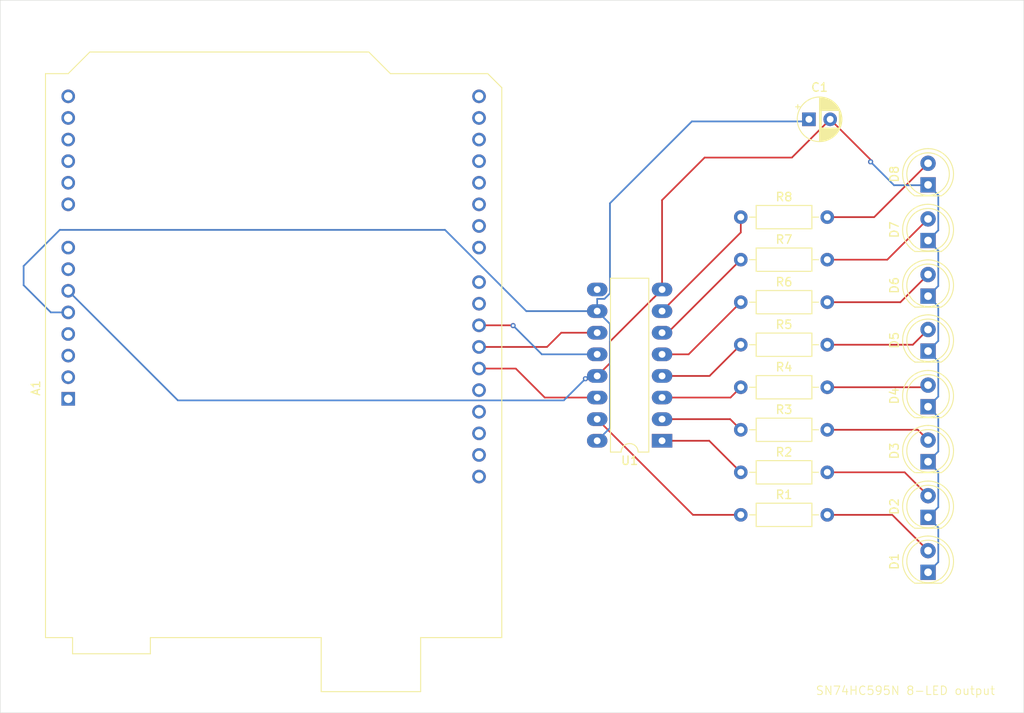
<source format=kicad_pcb>
(kicad_pcb (version 20240108) (generator "pcbnew") (generator_version "8.0")
  (layers (0 "F.Cu" signal) (31 "B.Cu" signal) (34 "B.Paste" user) (35 "F.Paste" user) (36 "B.SilkS" user "B.Silkscreen") (37 "F.SilkS" user "F.Silkscreen") (38 "B.Mask" user) (39 "F.Mask" user) (44 "Edge.Cuts" user))
  (net 0 "")
  (net 1 "/GND")
  (net 3 "Net-(A1-D12)")
  (net 5 "Net-(A1-D11)")
  (net 28 "/VCC")
  (net 31 "Net-(A1-D10)")
  (net 33 "Net-(D1-A)")
  (net 34 "Net-(D2-A)")
  (net 35 "Net-(D3-A)")
  (net 36 "Net-(D4-A)")
  (net 37 "Net-(D5-A)")
  (net 38 "Net-(D6-A)")
  (net 39 "Net-(D7-A)")
  (net 40 "Net-(D8-A)")
  (net 41 "Net-(U1-QA)")
  (net 42 "Net-(U1-QB)")
  (net 43 "Net-(U1-QC)")
  (net 44 "Net-(U1-QD)")
  (net 45 "Net-(U1-QE)")
  (net 46 "Net-(U1-QF)")
  (net 47 "Net-(U1-QG)")
  (net 48 "Net-(U1-QH)")
  (footprint "Capacitor_THT:CP_Radial_D5.0mm_P2.50mm" (layer "F.Cu") (at 164.75 68.25)
    (property "Reference" "C1" (at 1.25 -3.75 0) (layer "F.SilkS"))
    (property "Value" "10uF")
    (fp_line (start -1.554775 -1.475) (end -1.054775 -1.475) (stroke (width 0.12)) (layer "F.SilkS"))
    (fp_line (start -1.304775 -1.725) (end -1.304775 -1.225) (stroke (width 0.12)) (layer "F.SilkS"))
    (fp_line (start 1.25 -2.58) (end 1.25 2.58) (stroke (width 0.12)) (layer "F.SilkS"))
    (fp_line (start 1.29 -2.58) (end 1.29 2.58) (stroke (width 0.12)) (layer "F.SilkS"))
    (fp_line (start 1.33 -2.579) (end 1.33 2.579) (stroke (width 0.12)) (layer "F.SilkS"))
    (fp_line (start 1.37 -2.578) (end 1.37 2.578) (stroke (width 0.12)) (layer "F.SilkS"))
    (fp_line (start 1.41 -2.576) (end 1.41 2.576) (stroke (width 0.12)) (layer "F.SilkS"))
    (fp_line (start 1.45 -2.573) (end 1.45 2.573) (stroke (width 0.12)) (layer "F.SilkS"))
    (fp_line (start 1.49 -2.569) (end 1.49 -1.04) (stroke (width 0.12)) (layer "F.SilkS"))
    (fp_line (start 1.49 1.04) (end 1.49 2.569) (stroke (width 0.12)) (layer "F.SilkS"))
    (fp_line (start 1.53 -2.565) (end 1.53 -1.04) (stroke (width 0.12)) (layer "F.SilkS"))
    (fp_line (start 1.53 1.04) (end 1.53 2.565) (stroke (width 0.12)) (layer "F.SilkS"))
    (fp_line (start 1.57 -2.561) (end 1.57 -1.04) (stroke (width 0.12)) (layer "F.SilkS"))
    (fp_line (start 1.57 1.04) (end 1.57 2.561) (stroke (width 0.12)) (layer "F.SilkS"))
    (fp_line (start 1.61 -2.556) (end 1.61 -1.04) (stroke (width 0.12)) (layer "F.SilkS"))
    (fp_line (start 1.61 1.04) (end 1.61 2.556) (stroke (width 0.12)) (layer "F.SilkS"))
    (fp_line (start 1.65 -2.55) (end 1.65 -1.04) (stroke (width 0.12)) (layer "F.SilkS"))
    (fp_line (start 1.65 1.04) (end 1.65 2.55) (stroke (width 0.12)) (layer "F.SilkS"))
    (fp_line (start 1.69 -2.543) (end 1.69 -1.04) (stroke (width 0.12)) (layer "F.SilkS"))
    (fp_line (start 1.69 1.04) (end 1.69 2.543) (stroke (width 0.12)) (layer "F.SilkS"))
    (fp_line (start 1.73 -2.536) (end 1.73 -1.04) (stroke (width 0.12)) (layer "F.SilkS"))
    (fp_line (start 1.73 1.04) (end 1.73 2.536) (stroke (width 0.12)) (layer "F.SilkS"))
    (fp_line (start 1.77 -2.528) (end 1.77 -1.04) (stroke (width 0.12)) (layer "F.SilkS"))
    (fp_line (start 1.77 1.04) (end 1.77 2.528) (stroke (width 0.12)) (layer "F.SilkS"))
    (fp_line (start 1.81 -2.52) (end 1.81 -1.04) (stroke (width 0.12)) (layer "F.SilkS"))
    (fp_line (start 1.81 1.04) (end 1.81 2.52) (stroke (width 0.12)) (layer "F.SilkS"))
    (fp_line (start 1.85 -2.511) (end 1.85 -1.04) (stroke (width 0.12)) (layer "F.SilkS"))
    (fp_line (start 1.85 1.04) (end 1.85 2.511) (stroke (width 0.12)) (layer "F.SilkS"))
    (fp_line (start 1.89 -2.501) (end 1.89 -1.04) (stroke (width 0.12)) (layer "F.SilkS"))
    (fp_line (start 1.89 1.04) (end 1.89 2.501) (stroke (width 0.12)) (layer "F.SilkS"))
    (fp_line (start 1.93 -2.491) (end 1.93 -1.04) (stroke (width 0.12)) (layer "F.SilkS"))
    (fp_line (start 1.93 1.04) (end 1.93 2.491) (stroke (width 0.12)) (layer "F.SilkS"))
    (fp_line (start 1.971 -2.48) (end 1.971 -1.04) (stroke (width 0.12)) (layer "F.SilkS"))
    (fp_line (start 1.971 1.04) (end 1.971 2.48) (stroke (width 0.12)) (layer "F.SilkS"))
    (fp_line (start 2.011 -2.468) (end 2.011 -1.04) (stroke (width 0.12)) (layer "F.SilkS"))
    (fp_line (start 2.011 1.04) (end 2.011 2.468) (stroke (width 0.12)) (layer "F.SilkS"))
    (fp_line (start 2.051 -2.455) (end 2.051 -1.04) (stroke (width 0.12)) (layer "F.SilkS"))
    (fp_line (start 2.051 1.04) (end 2.051 2.455) (stroke (width 0.12)) (layer "F.SilkS"))
    (fp_line (start 2.091 -2.442) (end 2.091 -1.04) (stroke (width 0.12)) (layer "F.SilkS"))
    (fp_line (start 2.091 1.04) (end 2.091 2.442) (stroke (width 0.12)) (layer "F.SilkS"))
    (fp_line (start 2.131 -2.428) (end 2.131 -1.04) (stroke (width 0.12)) (layer "F.SilkS"))
    (fp_line (start 2.131 1.04) (end 2.131 2.428) (stroke (width 0.12)) (layer "F.SilkS"))
    (fp_line (start 2.171 -2.414) (end 2.171 -1.04) (stroke (width 0.12)) (layer "F.SilkS"))
    (fp_line (start 2.171 1.04) (end 2.171 2.414) (stroke (width 0.12)) (layer "F.SilkS"))
    (fp_line (start 2.211 -2.398) (end 2.211 -1.04) (stroke (width 0.12)) (layer "F.SilkS"))
    (fp_line (start 2.211 1.04) (end 2.211 2.398) (stroke (width 0.12)) (layer "F.SilkS"))
    (fp_line (start 2.251 -2.382) (end 2.251 -1.04) (stroke (width 0.12)) (layer "F.SilkS"))
    (fp_line (start 2.251 1.04) (end 2.251 2.382) (stroke (width 0.12)) (layer "F.SilkS"))
    (fp_line (start 2.291 -2.365) (end 2.291 -1.04) (stroke (width 0.12)) (layer "F.SilkS"))
    (fp_line (start 2.291 1.04) (end 2.291 2.365) (stroke (width 0.12)) (layer "F.SilkS"))
    (fp_line (start 2.331 -2.348) (end 2.331 -1.04) (stroke (width 0.12)) (layer "F.SilkS"))
    (fp_line (start 2.331 1.04) (end 2.331 2.348) (stroke (width 0.12)) (layer "F.SilkS"))
    (fp_line (start 2.371 -2.329) (end 2.371 -1.04) (stroke (width 0.12)) (layer "F.SilkS"))
    (fp_line (start 2.371 1.04) (end 2.371 2.329) (stroke (width 0.12)) (layer "F.SilkS"))
    (fp_line (start 2.411 -2.31) (end 2.411 -1.04) (stroke (width 0.12)) (layer "F.SilkS"))
    (fp_line (start 2.411 1.04) (end 2.411 2.31) (stroke (width 0.12)) (layer "F.SilkS"))
    (fp_line (start 2.451 -2.29) (end 2.451 -1.04) (stroke (width 0.12)) (layer "F.SilkS"))
    (fp_line (start 2.451 1.04) (end 2.451 2.29) (stroke (width 0.12)) (layer "F.SilkS"))
    (fp_line (start 2.491 -2.268) (end 2.491 -1.04) (stroke (width 0.12)) (layer "F.SilkS"))
    (fp_line (start 2.491 1.04) (end 2.491 2.268) (stroke (width 0.12)) (layer "F.SilkS"))
    (fp_line (start 2.531 -2.247) (end 2.531 -1.04) (stroke (width 0.12)) (layer "F.SilkS"))
    (fp_line (start 2.531 1.04) (end 2.531 2.247) (stroke (width 0.12)) (layer "F.SilkS"))
    (fp_line (start 2.571 -2.224) (end 2.571 -1.04) (stroke (width 0.12)) (layer "F.SilkS"))
    (fp_line (start 2.571 1.04) (end 2.571 2.224) (stroke (width 0.12)) (layer "F.SilkS"))
    (fp_line (start 2.611 -2.2) (end 2.611 -1.04) (stroke (width 0.12)) (layer "F.SilkS"))
    (fp_line (start 2.611 1.04) (end 2.611 2.2) (stroke (width 0.12)) (layer "F.SilkS"))
    (fp_line (start 2.651 -2.175) (end 2.651 -1.04) (stroke (width 0.12)) (layer "F.SilkS"))
    (fp_line (start 2.651 1.04) (end 2.651 2.175) (stroke (width 0.12)) (layer "F.SilkS"))
    (fp_line (start 2.691 -2.149) (end 2.691 -1.04) (stroke (width 0.12)) (layer "F.SilkS"))
    (fp_line (start 2.691 1.04) (end 2.691 2.149) (stroke (width 0.12)) (layer "F.SilkS"))
    (fp_line (start 2.731 -2.122) (end 2.731 -1.04) (stroke (width 0.12)) (layer "F.SilkS"))
    (fp_line (start 2.731 1.04) (end 2.731 2.122) (stroke (width 0.12)) (layer "F.SilkS"))
    (fp_line (start 2.771 -2.095) (end 2.771 -1.04) (stroke (width 0.12)) (layer "F.SilkS"))
    (fp_line (start 2.771 1.04) (end 2.771 2.095) (stroke (width 0.12)) (layer "F.SilkS"))
    (fp_line (start 2.811 -2.065) (end 2.811 -1.04) (stroke (width 0.12)) (layer "F.SilkS"))
    (fp_line (start 2.811 1.04) (end 2.811 2.065) (stroke (width 0.12)) (layer "F.SilkS"))
    (fp_line (start 2.851 -2.035) (end 2.851 -1.04) (stroke (width 0.12)) (layer "F.SilkS"))
    (fp_line (start 2.851 1.04) (end 2.851 2.035) (stroke (width 0.12)) (layer "F.SilkS"))
    (fp_line (start 2.891 -2.004) (end 2.891 -1.04) (stroke (width 0.12)) (layer "F.SilkS"))
    (fp_line (start 2.891 1.04) (end 2.891 2.004) (stroke (width 0.12)) (layer "F.SilkS"))
    (fp_line (start 2.931 -1.971) (end 2.931 -1.04) (stroke (width 0.12)) (layer "F.SilkS"))
    (fp_line (start 2.931 1.04) (end 2.931 1.971) (stroke (width 0.12)) (layer "F.SilkS"))
    (fp_line (start 2.971 -1.937) (end 2.971 -1.04) (stroke (width 0.12)) (layer "F.SilkS"))
    (fp_line (start 2.971 1.04) (end 2.971 1.937) (stroke (width 0.12)) (layer "F.SilkS"))
    (fp_line (start 3.011 -1.901) (end 3.011 -1.04) (stroke (width 0.12)) (layer "F.SilkS"))
    (fp_line (start 3.011 1.04) (end 3.011 1.901) (stroke (width 0.12)) (layer "F.SilkS"))
    (fp_line (start 3.051 -1.864) (end 3.051 -1.04) (stroke (width 0.12)) (layer "F.SilkS"))
    (fp_line (start 3.051 1.04) (end 3.051 1.864) (stroke (width 0.12)) (layer "F.SilkS"))
    (fp_line (start 3.091 -1.826) (end 3.091 -1.04) (stroke (width 0.12)) (layer "F.SilkS"))
    (fp_line (start 3.091 1.04) (end 3.091 1.826) (stroke (width 0.12)) (layer "F.SilkS"))
    (fp_line (start 3.131 -1.785) (end 3.131 -1.04) (stroke (width 0.12)) (layer "F.SilkS"))
    (fp_line (start 3.131 1.04) (end 3.131 1.785) (stroke (width 0.12)) (layer "F.SilkS"))
    (fp_line (start 3.171 -1.743) (end 3.171 -1.04) (stroke (width 0.12)) (layer "F.SilkS"))
    (fp_line (start 3.171 1.04) (end 3.171 1.743) (stroke (width 0.12)) (layer "F.SilkS"))
    (fp_line (start 3.211 -1.699) (end 3.211 -1.04) (stroke (width 0.12)) (layer "F.SilkS"))
    (fp_line (start 3.211 1.04) (end 3.211 1.699) (stroke (width 0.12)) (layer "F.SilkS"))
    (fp_line (start 3.251 -1.653) (end 3.251 -1.04) (stroke (width 0.12)) (layer "F.SilkS"))
    (fp_line (start 3.251 1.04) (end 3.251 1.653) (stroke (width 0.12)) (layer "F.SilkS"))
    (fp_line (start 3.291 -1.605) (end 3.291 -1.04) (stroke (width 0.12)) (layer "F.SilkS"))
    (fp_line (start 3.291 1.04) (end 3.291 1.605) (stroke (width 0.12)) (layer "F.SilkS"))
    (fp_line (start 3.331 -1.554) (end 3.331 -1.04) (stroke (width 0.12)) (layer "F.SilkS"))
    (fp_line (start 3.331 1.04) (end 3.331 1.554) (stroke (width 0.12)) (layer "F.SilkS"))
    (fp_line (start 3.371 -1.5) (end 3.371 -1.04) (stroke (width 0.12)) (layer "F.SilkS"))
    (fp_line (start 3.371 1.04) (end 3.371 1.5) (stroke (width 0.12)) (layer "F.SilkS"))
    (fp_line (start 3.411 -1.443) (end 3.411 -1.04) (stroke (width 0.12)) (layer "F.SilkS"))
    (fp_line (start 3.411 1.04) (end 3.411 1.443) (stroke (width 0.12)) (layer "F.SilkS"))
    (fp_line (start 3.451 -1.383) (end 3.451 -1.04) (stroke (width 0.12)) (layer "F.SilkS"))
    (fp_line (start 3.451 1.04) (end 3.451 1.383) (stroke (width 0.12)) (layer "F.SilkS"))
    (fp_line (start 3.491 -1.319) (end 3.491 -1.04) (stroke (width 0.12)) (layer "F.SilkS"))
    (fp_line (start 3.491 1.04) (end 3.491 1.319) (stroke (width 0.12)) (layer "F.SilkS"))
    (fp_line (start 3.531 -1.251) (end 3.531 -1.04) (stroke (width 0.12)) (layer "F.SilkS"))
    (fp_line (start 3.531 1.04) (end 3.531 1.251) (stroke (width 0.12)) (layer "F.SilkS"))
    (fp_line (start 3.571 -1.178) (end 3.571 1.178) (stroke (width 0.12)) (layer "F.SilkS"))
    (fp_line (start 3.611 -1.098) (end 3.611 1.098) (stroke (width 0.12)) (layer "F.SilkS"))
    (fp_line (start 3.651 -1.011) (end 3.651 1.011) (stroke (width 0.12)) (layer "F.SilkS"))
    (fp_line (start 3.691 -0.915) (end 3.691 0.915) (stroke (width 0.12)) (layer "F.SilkS"))
    (fp_line (start 3.731 -0.805) (end 3.731 0.805) (stroke (width 0.12)) (layer "F.SilkS"))
    (fp_line (start 3.771 -0.677) (end 3.771 0.677) (stroke (width 0.12)) (layer "F.SilkS"))
    (fp_line (start 3.811 -0.518) (end 3.811 0.518) (stroke (width 0.12)) (layer "F.SilkS"))
    (fp_line (start 3.851 -0.284) (end 3.851 0.284) (stroke (width 0.12)) (layer "F.SilkS"))
    (fp_circle (center 1.25 0) (end 3.87 0) (stroke (width 0.12)) (fill none) (layer "F.SilkS"))
    (pad "1" thru_hole rect (at 0 0) (size 1.6 1.6) (drill 0.8) (layers "*.Cu" "*.Mask") (net 28 "/VCC"))
    (pad "2" thru_hole circle (at 2.5 0) (size 1.6 1.6) (drill 0.8) (layers "*.Cu" "*.Mask") (net 1 "/GND"))
  )
  (footprint "LED_THT:LED_D5.0mm" (layer "F.Cu") (at 178.75 102.04 90)
    (property "Reference" "D4" (at 1.27 -3.96 90) (layer "F.SilkS"))
    (property "Value" "LED")
    (fp_line (start -1.29 -1.545) (end -1.29 1.545) (stroke (width 0.12)) (layer "F.SilkS"))
    (fp_arc (start -1.29 -1.54483) (mid 2.072002 -2.880433) (end 4.26 0.000462) (stroke (width 0.12)) (layer "F.SilkS"))
    (fp_arc (start 4.26 -0.000462) (mid 2.072002 2.880433) (end -1.29 1.54483) (stroke (width 0.12)) (layer "F.SilkS"))
    (fp_circle (center 1.27 0) (end 3.77 0) (stroke (width 0.12)) (fill none) (layer "F.SilkS"))
    (pad "1" thru_hole rect (at 0 0 90) (size 1.8 1.8) (drill 0.9) (layers "*.Cu" "*.Mask") (net 1 "/GND"))
    (pad "2" thru_hole circle (at 2.54 0 90) (size 1.8 1.8) (drill 0.9) (layers "*.Cu" "*.Mask") (net 36 "Net-(D4-A)"))
  )
  (footprint "LED_THT:LED_D5.0mm" (layer "F.Cu") (at 178.75 115.04 90)
    (property "Reference" "D2" (at 1.27 -3.96 90) (layer "F.SilkS"))
    (property "Value" "LED")
    (fp_line (start -1.29 -1.545) (end -1.29 1.545) (stroke (width 0.12)) (layer "F.SilkS"))
    (fp_arc (start -1.29 -1.54483) (mid 2.072002 -2.880433) (end 4.26 0.000462) (stroke (width 0.12)) (layer "F.SilkS"))
    (fp_arc (start 4.26 -0.000462) (mid 2.072002 2.880433) (end -1.29 1.54483) (stroke (width 0.12)) (layer "F.SilkS"))
    (fp_circle (center 1.27 0) (end 3.77 0) (stroke (width 0.12)) (fill none) (layer "F.SilkS"))
    (pad "1" thru_hole rect (at 0 0 90) (size 1.8 1.8) (drill 0.9) (layers "*.Cu" "*.Mask") (net 1 "/GND"))
    (pad "2" thru_hole circle (at 2.54 0 90) (size 1.8 1.8) (drill 0.9) (layers "*.Cu" "*.Mask") (net 34 "Net-(D2-A)"))
  )
  (footprint "Resistor_THT:R_Axial_DIN0207_L6.3mm_D2.5mm_P10.16mm_Horizontal" (layer "F.Cu") (at 156.75 104.75)
    (property "Reference" "R3" (at 5.08 -2.37 360) (layer "F.SilkS"))
    (property "Value" "220R" (hide yes))
    (fp_line (start 1.04 0) (end 1.81 0) (stroke (width 0.12)) (layer "F.SilkS"))
    (fp_line (start 1.81 -1.37) (end 1.81 1.37) (stroke (width 0.12)) (layer "F.SilkS"))
    (fp_line (start 1.81 1.37) (end 8.35 1.37) (stroke (width 0.12)) (layer "F.SilkS"))
    (fp_line (start 8.35 -1.37) (end 1.81 -1.37) (stroke (width 0.12)) (layer "F.SilkS"))
    (fp_line (start 8.35 1.37) (end 8.35 -1.37) (stroke (width 0.12)) (layer "F.SilkS"))
    (fp_line (start 9.12 0) (end 8.35 0) (stroke (width 0.12)) (layer "F.SilkS"))
    (pad "1" thru_hole circle (at 0 0) (size 1.6 1.6) (drill 0.8) (layers "*.Cu" "*.Mask") (net 43 "Net-(U1-QC)"))
    (pad "2" thru_hole oval (at 10.16 0) (size 1.6 1.6) (drill 0.8) (layers "*.Cu" "*.Mask") (net 35 "Net-(D3-A)"))
  )
  (footprint "LED_THT:LED_D5.0mm" (layer "F.Cu") (at 178.75 95.5 90)
    (property "Reference" "D5" (at 1.27 -3.96 90) (layer "F.SilkS"))
    (property "Value" "LED")
    (fp_line (start -1.29 -1.545) (end -1.29 1.545) (stroke (width 0.12)) (layer "F.SilkS"))
    (fp_arc (start -1.29 -1.54483) (mid 2.072002 -2.880433) (end 4.26 0.000462) (stroke (width 0.12)) (layer "F.SilkS"))
    (fp_arc (start 4.26 -0.000462) (mid 2.072002 2.880433) (end -1.29 1.54483) (stroke (width 0.12)) (layer "F.SilkS"))
    (fp_circle (center 1.27 0) (end 3.77 0) (stroke (width 0.12)) (fill none) (layer "F.SilkS"))
    (pad "1" thru_hole rect (at 0 0 90) (size 1.8 1.8) (drill 0.9) (layers "*.Cu" "*.Mask") (net 1 "/GND"))
    (pad "2" thru_hole circle (at 2.54 0 90) (size 1.8 1.8) (drill 0.9) (layers "*.Cu" "*.Mask") (net 37 "Net-(D5-A)"))
  )
  (footprint "Resistor_THT:R_Axial_DIN0207_L6.3mm_D2.5mm_P10.16mm_Horizontal" (layer "F.Cu") (at 156.75 94.75)
    (property "Reference" "R5" (at 5.08 -2.37 360) (layer "F.SilkS"))
    (property "Value" "220R" (hide yes))
    (fp_line (start 1.04 0) (end 1.81 0) (stroke (width 0.12)) (layer "F.SilkS"))
    (fp_line (start 1.81 -1.37) (end 1.81 1.37) (stroke (width 0.12)) (layer "F.SilkS"))
    (fp_line (start 1.81 1.37) (end 8.35 1.37) (stroke (width 0.12)) (layer "F.SilkS"))
    (fp_line (start 8.35 -1.37) (end 1.81 -1.37) (stroke (width 0.12)) (layer "F.SilkS"))
    (fp_line (start 8.35 1.37) (end 8.35 -1.37) (stroke (width 0.12)) (layer "F.SilkS"))
    (fp_line (start 9.12 0) (end 8.35 0) (stroke (width 0.12)) (layer "F.SilkS"))
    (pad "1" thru_hole circle (at 0 0) (size 1.6 1.6) (drill 0.8) (layers "*.Cu" "*.Mask") (net 45 "Net-(U1-QE)"))
    (pad "2" thru_hole oval (at 10.16 0) (size 1.6 1.6) (drill 0.8) (layers "*.Cu" "*.Mask") (net 37 "Net-(D5-A)"))
  )
  (footprint "LED_THT:LED_D5.0mm" (layer "F.Cu") (at 178.75 75.96 90)
    (property "Reference" "D8" (at 1.27 -3.96 90) (layer "F.SilkS"))
    (property "Value" "LED")
    (fp_line (start -1.29 -1.545) (end -1.29 1.545) (stroke (width 0.12)) (layer "F.SilkS"))
    (fp_arc (start -1.29 -1.54483) (mid 2.072002 -2.880433) (end 4.26 0.000462) (stroke (width 0.12)) (layer "F.SilkS"))
    (fp_arc (start 4.26 -0.000462) (mid 2.072002 2.880433) (end -1.29 1.54483) (stroke (width 0.12)) (layer "F.SilkS"))
    (fp_circle (center 1.27 0) (end 3.77 0) (stroke (width 0.12)) (fill none) (layer "F.SilkS"))
    (pad "1" thru_hole rect (at 0 0 90) (size 1.8 1.8) (drill 0.9) (layers "*.Cu" "*.Mask") (net 1 "/GND"))
    (pad "2" thru_hole circle (at 2.54 0 90) (size 1.8 1.8) (drill 0.9) (layers "*.Cu" "*.Mask") (net 40 "Net-(D8-A)"))
  )
  (footprint "Resistor_THT:R_Axial_DIN0207_L6.3mm_D2.5mm_P10.16mm_Horizontal" (layer "F.Cu") (at 156.75 109.75)
    (property "Reference" "R2" (at 5.08 -2.37 360) (layer "F.SilkS"))
    (property "Value" "220R" (hide yes))
    (fp_line (start 1.04 0) (end 1.81 0) (stroke (width 0.12)) (layer "F.SilkS"))
    (fp_line (start 1.81 -1.37) (end 1.81 1.37) (stroke (width 0.12)) (layer "F.SilkS"))
    (fp_line (start 1.81 1.37) (end 8.35 1.37) (stroke (width 0.12)) (layer "F.SilkS"))
    (fp_line (start 8.35 -1.37) (end 1.81 -1.37) (stroke (width 0.12)) (layer "F.SilkS"))
    (fp_line (start 8.35 1.37) (end 8.35 -1.37) (stroke (width 0.12)) (layer "F.SilkS"))
    (fp_line (start 9.12 0) (end 8.35 0) (stroke (width 0.12)) (layer "F.SilkS"))
    (pad "1" thru_hole circle (at 0 0) (size 1.6 1.6) (drill 0.8) (layers "*.Cu" "*.Mask") (net 42 "Net-(U1-QB)"))
    (pad "2" thru_hole oval (at 10.16 0) (size 1.6 1.6) (drill 0.8) (layers "*.Cu" "*.Mask") (net 34 "Net-(D2-A)"))
  )
  (footprint "LED_THT:LED_D5.0mm" (layer "F.Cu") (at 178.75 108.5 90)
    (property "Reference" "D3" (at 1.27 -3.96 90) (layer "F.SilkS"))
    (property "Value" "LED")
    (fp_line (start -1.29 -1.545) (end -1.29 1.545) (stroke (width 0.12)) (layer "F.SilkS"))
    (fp_arc (start -1.29 -1.54483) (mid 2.072002 -2.880433) (end 4.26 0.000462) (stroke (width 0.12)) (layer "F.SilkS"))
    (fp_arc (start 4.26 -0.000462) (mid 2.072002 2.880433) (end -1.29 1.54483) (stroke (width 0.12)) (layer "F.SilkS"))
    (fp_circle (center 1.27 0) (end 3.77 0) (stroke (width 0.12)) (fill none) (layer "F.SilkS"))
    (pad "1" thru_hole rect (at 0 0 90) (size 1.8 1.8) (drill 0.9) (layers "*.Cu" "*.Mask") (net 1 "/GND"))
    (pad "2" thru_hole circle (at 2.54 0 90) (size 1.8 1.8) (drill 0.9) (layers "*.Cu" "*.Mask") (net 35 "Net-(D3-A)"))
  )
  (footprint "LED_THT:LED_D5.0mm" (layer "F.Cu") (at 178.75 89.04 90)
    (property "Reference" "D6" (at 1.27 -3.96 90) (layer "F.SilkS"))
    (property "Value" "LED")
    (fp_line (start -1.29 -1.545) (end -1.29 1.545) (stroke (width 0.12)) (layer "F.SilkS"))
    (fp_arc (start -1.29 -1.54483) (mid 2.072002 -2.880433) (end 4.26 0.000462) (stroke (width 0.12)) (layer "F.SilkS"))
    (fp_arc (start 4.26 -0.000462) (mid 2.072002 2.880433) (end -1.29 1.54483) (stroke (width 0.12)) (layer "F.SilkS"))
    (fp_circle (center 1.27 0) (end 3.77 0) (stroke (width 0.12)) (fill none) (layer "F.SilkS"))
    (pad "1" thru_hole rect (at 0 0 90) (size 1.8 1.8) (drill 0.9) (layers "*.Cu" "*.Mask") (net 1 "/GND"))
    (pad "2" thru_hole circle (at 2.54 0 90) (size 1.8 1.8) (drill 0.9) (layers "*.Cu" "*.Mask") (net 38 "Net-(D6-A)"))
  )
  (footprint "LED_THT:LED_D5.0mm" (layer "F.Cu") (at 178.75 82.5 90)
    (property "Reference" "D7" (at 1.27 -3.96 90) (layer "F.SilkS"))
    (property "Value" "LED")
    (fp_line (start -1.29 -1.545) (end -1.29 1.545) (stroke (width 0.12)) (layer "F.SilkS"))
    (fp_arc (start -1.29 -1.54483) (mid 2.072002 -2.880433) (end 4.26 0.000462) (stroke (width 0.12)) (layer "F.SilkS"))
    (fp_arc (start 4.26 -0.000462) (mid 2.072002 2.880433) (end -1.29 1.54483) (stroke (width 0.12)) (layer "F.SilkS"))
    (fp_circle (center 1.27 0) (end 3.77 0) (stroke (width 0.12)) (fill none) (layer "F.SilkS"))
    (pad "1" thru_hole rect (at 0 0 90) (size 1.8 1.8) (drill 0.9) (layers "*.Cu" "*.Mask") (net 1 "/GND"))
    (pad "2" thru_hole circle (at 2.54 0 90) (size 1.8 1.8) (drill 0.9) (layers "*.Cu" "*.Mask") (net 39 "Net-(D7-A)"))
  )
  (footprint "Resistor_THT:R_Axial_DIN0207_L6.3mm_D2.5mm_P10.16mm_Horizontal" (layer "F.Cu") (at 156.75 79.75)
    (property "Reference" "R8" (at 5.08 -2.37 360) (layer "F.SilkS"))
    (property "Value" "220R" (hide yes))
    (fp_line (start 1.04 0) (end 1.81 0) (stroke (width 0.12)) (layer "F.SilkS"))
    (fp_line (start 1.81 -1.37) (end 1.81 1.37) (stroke (width 0.12)) (layer "F.SilkS"))
    (fp_line (start 1.81 1.37) (end 8.35 1.37) (stroke (width 0.12)) (layer "F.SilkS"))
    (fp_line (start 8.35 -1.37) (end 1.81 -1.37) (stroke (width 0.12)) (layer "F.SilkS"))
    (fp_line (start 8.35 1.37) (end 8.35 -1.37) (stroke (width 0.12)) (layer "F.SilkS"))
    (fp_line (start 9.12 0) (end 8.35 0) (stroke (width 0.12)) (layer "F.SilkS"))
    (pad "1" thru_hole circle (at 0 0) (size 1.6 1.6) (drill 0.8) (layers "*.Cu" "*.Mask") (net 48 "Net-(U1-QH)"))
    (pad "2" thru_hole oval (at 10.16 0) (size 1.6 1.6) (drill 0.8) (layers "*.Cu" "*.Mask") (net 40 "Net-(D8-A)"))
  )
  (footprint "Resistor_THT:R_Axial_DIN0207_L6.3mm_D2.5mm_P10.16mm_Horizontal" (layer "F.Cu") (at 156.75 99.75)
    (property "Reference" "R4" (at 5.08 -2.37 360) (layer "F.SilkS"))
    (property "Value" "220R" (hide yes))
    (fp_line (start 1.04 0) (end 1.81 0) (stroke (width 0.12)) (layer "F.SilkS"))
    (fp_line (start 1.81 -1.37) (end 1.81 1.37) (stroke (width 0.12)) (layer "F.SilkS"))
    (fp_line (start 1.81 1.37) (end 8.35 1.37) (stroke (width 0.12)) (layer "F.SilkS"))
    (fp_line (start 8.35 -1.37) (end 1.81 -1.37) (stroke (width 0.12)) (layer "F.SilkS"))
    (fp_line (start 8.35 1.37) (end 8.35 -1.37) (stroke (width 0.12)) (layer "F.SilkS"))
    (fp_line (start 9.12 0) (end 8.35 0) (stroke (width 0.12)) (layer "F.SilkS"))
    (pad "1" thru_hole circle (at 0 0) (size 1.6 1.6) (drill 0.8) (layers "*.Cu" "*.Mask") (net 44 "Net-(U1-QD)"))
    (pad "2" thru_hole oval (at 10.16 0) (size 1.6 1.6) (drill 0.8) (layers "*.Cu" "*.Mask") (net 36 "Net-(D4-A)"))
  )
  (footprint "LED_THT:LED_D5.0mm" (layer "F.Cu") (at 178.75 121.5 90)
    (property "Reference" "D1" (at 1.27 -3.96 90) (layer "F.SilkS"))
    (property "Value" "LED")
    (fp_line (start -1.29 -1.545) (end -1.29 1.545) (stroke (width 0.12)) (layer "F.SilkS"))
    (fp_arc (start -1.29 -1.54483) (mid 2.072002 -2.880433) (end 4.26 0.000462) (stroke (width 0.12)) (layer "F.SilkS"))
    (fp_arc (start 4.26 -0.000462) (mid 2.072002 2.880433) (end -1.29 1.54483) (stroke (width 0.12)) (layer "F.SilkS"))
    (fp_circle (center 1.27 0) (end 3.77 0) (stroke (width 0.12)) (fill none) (layer "F.SilkS"))
    (pad "1" thru_hole rect (at 0 0 90) (size 1.8 1.8) (drill 0.9) (layers "*.Cu" "*.Mask") (net 1 "/GND"))
    (pad "2" thru_hole circle (at 2.54 0 90) (size 1.8 1.8) (drill 0.9) (layers "*.Cu" "*.Mask") (net 33 "Net-(D1-A)"))
  )
  (footprint "Resistor_THT:R_Axial_DIN0207_L6.3mm_D2.5mm_P10.16mm_Horizontal" (layer "F.Cu") (at 156.75 89.75)
    (property "Reference" "R6" (at 5.08 -2.37 360) (layer "F.SilkS"))
    (property "Value" "220R" (hide yes))
    (fp_line (start 1.04 0) (end 1.81 0) (stroke (width 0.12)) (layer "F.SilkS"))
    (fp_line (start 1.81 -1.37) (end 1.81 1.37) (stroke (width 0.12)) (layer "F.SilkS"))
    (fp_line (start 1.81 1.37) (end 8.35 1.37) (stroke (width 0.12)) (layer "F.SilkS"))
    (fp_line (start 8.35 -1.37) (end 1.81 -1.37) (stroke (width 0.12)) (layer "F.SilkS"))
    (fp_line (start 8.35 1.37) (end 8.35 -1.37) (stroke (width 0.12)) (layer "F.SilkS"))
    (fp_line (start 9.12 0) (end 8.35 0) (stroke (width 0.12)) (layer "F.SilkS"))
    (pad "1" thru_hole circle (at 0 0) (size 1.6 1.6) (drill 0.8) (layers "*.Cu" "*.Mask") (net 46 "Net-(U1-QF)"))
    (pad "2" thru_hole oval (at 10.16 0) (size 1.6 1.6) (drill 0.8) (layers "*.Cu" "*.Mask") (net 38 "Net-(D6-A)"))
  )
  (footprint "Module:Arduino_UNO_R3" (layer "F.Cu") (at 77.74 101.11 90)
    (property "Reference" "A1" (at 1.27 -3.81 90) (layer "F.SilkS"))
    (property "Value" "Arduino_UNO_R3")
    (fp_line (start 38.23 -2.67) (end -28.07 -2.67) (stroke (width 0.12)) (layer "F.SilkS"))
    (fp_line (start -28.07 -2.67) (end -28.07 0.51) (stroke (width 0.12)) (layer "F.SilkS"))
    (fp_line (start 38.23 0) (end 38.23 -2.67) (stroke (width 0.12)) (layer "F.SilkS"))
    (fp_line (start -28.07 0.51) (end -29.97 0.51) (stroke (width 0.12)) (layer "F.SilkS"))
    (fp_line (start -29.97 0.51) (end -29.97 9.65) (stroke (width 0.12)) (layer "F.SilkS"))
    (fp_line (start 40.77 2.54) (end 38.23 0) (stroke (width 0.12)) (layer "F.SilkS"))
    (fp_line (start -28.07 9.65) (end -28.07 29.72) (stroke (width 0.12)) (layer "F.SilkS"))
    (fp_line (start -29.97 9.65) (end -28.07 9.65) (stroke (width 0.12)) (layer "F.SilkS"))
    (fp_line (start -28.07 29.72) (end -34.42 29.72) (stroke (width 0.12)) (layer "F.SilkS"))
    (fp_line (start -34.42 29.72) (end -34.42 41.4) (stroke (width 0.12)) (layer "F.SilkS"))
    (fp_line (start 40.77 35.31) (end 40.77 2.54) (stroke (width 0.12)) (layer "F.SilkS"))
    (fp_line (start 38.23 37.85) (end 40.77 35.31) (stroke (width 0.12)) (layer "F.SilkS"))
    (fp_line (start -28.07 41.4) (end -28.07 50.93) (stroke (width 0.12)) (layer "F.SilkS"))
    (fp_line (start -34.42 41.4) (end -28.07 41.4) (stroke (width 0.12)) (layer "F.SilkS"))
    (fp_line (start 38.23 49.28) (end 38.23 37.85) (stroke (width 0.12)) (layer "F.SilkS"))
    (fp_line (start 36.58 50.93) (end 38.23 49.28) (stroke (width 0.12)) (layer "F.SilkS"))
    (fp_line (start -28.07 50.93) (end 36.58 50.93) (stroke (width 0.12)) (layer "F.SilkS"))
    (pad "1" thru_hole rect (at 0 0 180) (size 1.6 1.6) (drill 1) (layers "*.Cu" "*.Mask"))
    (pad "2" thru_hole oval (at 2.54 0 180) (size 1.6 1.6) (drill 1) (layers "*.Cu" "*.Mask"))
    (pad "3" thru_hole oval (at 5.08 0 180) (size 1.6 1.6) (drill 1) (layers "*.Cu" "*.Mask"))
    (pad "4" thru_hole oval (at 7.62 0 180) (size 1.6 1.6) (drill 1) (layers "*.Cu" "*.Mask"))
    (pad "5" thru_hole oval (at 10.16 0 180) (size 1.6 1.6) (drill 1) (layers "*.Cu" "*.Mask") (net 28 "/VCC"))
    (pad "6" thru_hole oval (at 12.7 0 180) (size 1.6 1.6) (drill 1) (layers "*.Cu" "*.Mask") (net 1 "/GND"))
    (pad "7" thru_hole oval (at 15.24 0 180) (size 1.6 1.6) (drill 1) (layers "*.Cu" "*.Mask"))
    (pad "8" thru_hole oval (at 17.78 0 180) (size 1.6 1.6) (drill 1) (layers "*.Cu" "*.Mask"))
    (pad "9" thru_hole oval (at 22.86 0 180) (size 1.6 1.6) (drill 1) (layers "*.Cu" "*.Mask"))
    (pad "10" thru_hole oval (at 25.4 0 180) (size 1.6 1.6) (drill 1) (layers "*.Cu" "*.Mask"))
    (pad "11" thru_hole oval (at 27.94 0 180) (size 1.6 1.6) (drill 1) (layers "*.Cu" "*.Mask"))
    (pad "12" thru_hole oval (at 30.48 0 180) (size 1.6 1.6) (drill 1) (layers "*.Cu" "*.Mask"))
    (pad "13" thru_hole oval (at 33.02 0 180) (size 1.6 1.6) (drill 1) (layers "*.Cu" "*.Mask"))
    (pad "14" thru_hole oval (at 35.56 0 180) (size 1.6 1.6) (drill 1) (layers "*.Cu" "*.Mask"))
    (pad "15" thru_hole oval (at 35.56 48.26 180) (size 1.6 1.6) (drill 1) (layers "*.Cu" "*.Mask"))
    (pad "16" thru_hole oval (at 33.02 48.26 180) (size 1.6 1.6) (drill 1) (layers "*.Cu" "*.Mask"))
    (pad "17" thru_hole oval (at 30.48 48.26 180) (size 1.6 1.6) (drill 1) (layers "*.Cu" "*.Mask"))
    (pad "18" thru_hole oval (at 27.94 48.26 180) (size 1.6 1.6) (drill 1) (layers "*.Cu" "*.Mask"))
    (pad "19" thru_hole oval (at 25.4 48.26 180) (size 1.6 1.6) (drill 1) (layers "*.Cu" "*.Mask"))
    (pad "20" thru_hole oval (at 22.86 48.26 180) (size 1.6 1.6) (drill 1) (layers "*.Cu" "*.Mask"))
    (pad "21" thru_hole oval (at 20.32 48.26 180) (size 1.6 1.6) (drill 1) (layers "*.Cu" "*.Mask"))
    (pad "22" thru_hole oval (at 17.78 48.26 180) (size 1.6 1.6) (drill 1) (layers "*.Cu" "*.Mask"))
    (pad "23" thru_hole oval (at 13.72 48.26 180) (size 1.6 1.6) (drill 1) (layers "*.Cu" "*.Mask"))
    (pad "24" thru_hole oval (at 11.18 48.26 180) (size 1.6 1.6) (drill 1) (layers "*.Cu" "*.Mask"))
    (pad "25" thru_hole oval (at 8.64 48.26 180) (size 1.6 1.6) (drill 1) (layers "*.Cu" "*.Mask") (net 31 "Net-(A1-D10)"))
    (pad "26" thru_hole oval (at 6.1 48.26 180) (size 1.6 1.6) (drill 1) (layers "*.Cu" "*.Mask") (net 5 "Net-(A1-D11)"))
    (pad "27" thru_hole oval (at 3.56 48.26 180) (size 1.6 1.6) (drill 1) (layers "*.Cu" "*.Mask") (net 3 "Net-(A1-D12)"))
    (pad "28" thru_hole oval (at 1.02 48.26 180) (size 1.6 1.6) (drill 1) (layers "*.Cu" "*.Mask"))
    (pad "29" thru_hole oval (at -1.52 48.26 180) (size 1.6 1.6) (drill 1) (layers "*.Cu" "*.Mask"))
    (pad "30" thru_hole oval (at -4.06 48.26 180) (size 1.6 1.6) (drill 1) (layers "*.Cu" "*.Mask"))
    (pad "31" thru_hole oval (at -6.6 48.26 180) (size 1.6 1.6) (drill 1) (layers "*.Cu" "*.Mask"))
    (pad "32" thru_hole oval (at -9.14 48.26 180) (size 1.6 1.6) (drill 1) (layers "*.Cu" "*.Mask"))
  )
  (footprint "Resistor_THT:R_Axial_DIN0207_L6.3mm_D2.5mm_P10.16mm_Horizontal" (layer "F.Cu") (at 156.75 84.75)
    (property "Reference" "R7" (at 5.08 -2.37 360) (layer "F.SilkS"))
    (property "Value" "220R" (hide yes))
    (fp_line (start 1.04 0) (end 1.81 0) (stroke (width 0.12)) (layer "F.SilkS"))
    (fp_line (start 1.81 -1.37) (end 1.81 1.37) (stroke (width 0.12)) (layer "F.SilkS"))
    (fp_line (start 1.81 1.37) (end 8.35 1.37) (stroke (width 0.12)) (layer "F.SilkS"))
    (fp_line (start 8.35 -1.37) (end 1.81 -1.37) (stroke (width 0.12)) (layer "F.SilkS"))
    (fp_line (start 8.35 1.37) (end 8.35 -1.37) (stroke (width 0.12)) (layer "F.SilkS"))
    (fp_line (start 9.12 0) (end 8.35 0) (stroke (width 0.12)) (layer "F.SilkS"))
    (pad "1" thru_hole circle (at 0 0) (size 1.6 1.6) (drill 0.8) (layers "*.Cu" "*.Mask") (net 47 "Net-(U1-QG)"))
    (pad "2" thru_hole oval (at 10.16 0) (size 1.6 1.6) (drill 0.8) (layers "*.Cu" "*.Mask") (net 39 "Net-(D7-A)"))
  )
  (footprint "Package_DIP:DIP-16_W7.62mm_LongPads" (layer "F.Cu") (at 147.5 106.04 180)
    (property "Reference" "U1" (at 3.81 -2.33 360) (layer "F.SilkS"))
    (property "Value" "SN74HC595N")
    (fp_line (start 6.06 19.11) (end 6.06 -1.33) (stroke (width 0.12)) (layer "F.SilkS"))
    (fp_line (start 6.06 -1.33) (end 4.81 -1.33) (stroke (width 0.12)) (layer "F.SilkS"))
    (fp_line (start 2.81 -1.33) (end 1.56 -1.33) (stroke (width 0.12)) (layer "F.SilkS"))
    (fp_line (start 1.56 19.11) (end 6.06 19.11) (stroke (width 0.12)) (layer "F.SilkS"))
    (fp_line (start 1.56 -1.33) (end 1.56 19.11) (stroke (width 0.12)) (layer "F.SilkS"))
    (fp_arc (start 4.81 -1.33) (mid 3.81 -0.33) (end 2.81 -1.33) (stroke (width 0.12)) (layer "F.SilkS"))
    (pad "1" thru_hole rect (at 0 0 180) (size 2.4 1.6) (drill 0.8) (layers "*.Cu" "*.Mask") (net 42 "Net-(U1-QB)"))
    (pad "2" thru_hole oval (at 0 2.54 180) (size 2.4 1.6) (drill 0.8) (layers "*.Cu" "*.Mask") (net 43 "Net-(U1-QC)"))
    (pad "3" thru_hole oval (at 0 5.08 180) (size 2.4 1.6) (drill 0.8) (layers "*.Cu" "*.Mask") (net 44 "Net-(U1-QD)"))
    (pad "4" thru_hole oval (at 0 7.62 180) (size 2.4 1.6) (drill 0.8) (layers "*.Cu" "*.Mask") (net 45 "Net-(U1-QE)"))
    (pad "5" thru_hole oval (at 0 10.16 180) (size 2.4 1.6) (drill 0.8) (layers "*.Cu" "*.Mask") (net 46 "Net-(U1-QF)"))
    (pad "6" thru_hole oval (at 0 12.7 180) (size 2.4 1.6) (drill 0.8) (layers "*.Cu" "*.Mask") (net 47 "Net-(U1-QG)"))
    (pad "7" thru_hole oval (at 0 15.24 180) (size 2.4 1.6) (drill 0.8) (layers "*.Cu" "*.Mask") (net 48 "Net-(U1-QH)"))
    (pad "8" thru_hole oval (at 0 17.78 180) (size 2.4 1.6) (drill 0.8) (layers "*.Cu" "*.Mask") (net 1 "/GND"))
    (pad "9" thru_hole oval (at 7.62 17.78 180) (size 2.4 1.6) (drill 0.8) (layers "*.Cu" "*.Mask"))
    (pad "10" thru_hole oval (at 7.62 15.24 180) (size 2.4 1.6) (drill 0.8) (layers "*.Cu" "*.Mask") (net 28 "/VCC"))
    (pad "11" thru_hole oval (at 7.62 12.7 180) (size 2.4 1.6) (drill 0.8) (layers "*.Cu" "*.Mask") (net 5 "Net-(A1-D11)"))
    (pad "12" thru_hole oval (at 7.62 10.16 180) (size 2.4 1.6) (drill 0.8) (layers "*.Cu" "*.Mask") (net 31 "Net-(A1-D10)"))
    (pad "13" thru_hole oval (at 7.62 7.62 180) (size 2.4 1.6) (drill 0.8) (layers "*.Cu" "*.Mask") (net 1 "/GND"))
    (pad "14" thru_hole oval (at 7.62 5.08 180) (size 2.4 1.6) (drill 0.8) (layers "*.Cu" "*.Mask") (net 3 "Net-(A1-D12)"))
    (pad "15" thru_hole oval (at 7.62 2.54 180) (size 2.4 1.6) (drill 0.8) (layers "*.Cu" "*.Mask") (net 41 "Net-(U1-QA)"))
    (pad "16" thru_hole oval (at 7.62 0 180) (size 2.4 1.6) (drill 0.8) (layers "*.Cu" "*.Mask") (net 28 "/VCC"))
  )
  (footprint "Resistor_THT:R_Axial_DIN0207_L6.3mm_D2.5mm_P10.16mm_Horizontal" (layer "F.Cu") (at 156.75 114.75)
    (property "Reference" "R1" (at 5.08 -2.37 360) (layer "F.SilkS"))
    (property "Value" "220R" (hide yes))
    (fp_line (start 1.04 0) (end 1.81 0) (stroke (width 0.12)) (layer "F.SilkS"))
    (fp_line (start 1.81 -1.37) (end 1.81 1.37) (stroke (width 0.12)) (layer "F.SilkS"))
    (fp_line (start 1.81 1.37) (end 8.35 1.37) (stroke (width 0.12)) (layer "F.SilkS"))
    (fp_line (start 8.35 -1.37) (end 1.81 -1.37) (stroke (width 0.12)) (layer "F.SilkS"))
    (fp_line (start 8.35 1.37) (end 8.35 -1.37) (stroke (width 0.12)) (layer "F.SilkS"))
    (fp_line (start 9.12 0) (end 8.35 0) (stroke (width 0.12)) (layer "F.SilkS"))
    (pad "1" thru_hole circle (at 0 0) (size 1.6 1.6) (drill 0.8) (layers "*.Cu" "*.Mask") (net 41 "Net-(U1-QA)"))
    (pad "2" thru_hole oval (at 10.16 0) (size 1.6 1.6) (drill 0.8) (layers "*.Cu" "*.Mask") (net 33 "Net-(D1-A)"))
  )
  (gr_rect (start 69.75 54.25) (end 190 138) (stroke (width 0.05)) (fill none) (layer "Edge.Cuts"))
  (gr_text "SN74HC595N 8-LED output" (at 165.5 136 0) (layer "F.SilkS") (effects (font (size 1 1) (thickness 0.1)) (justify left bottom)))
  (segment (start 139.88 98.42) (end 141.38 96.92) (width 0.2) (layer "F.Cu") (net 1))
  (segment (start 141.38 96.92) (end 141.38 94.37) (width 0.2) (layer "F.Cu") (net 1))
  (segment (start 147.5 77.75) (end 152.5 72.75) (width 0.2) (layer "F.Cu") (net 1))
  (segment (start 167.25 68.25) (end 172.044888 73.044888) (width 0.2) (layer "F.Cu") (net 1))
  (segment (start 146.5 89.25) (end 146.51 89.25) (width 0.2) (layer "F.Cu") (net 1))
  (segment (start 146.25 89.5) (end 146.5 89.25) (width 0.2) (layer "F.Cu") (net 1))
  (segment (start 141.38 94.37) (end 146.25 89.5) (width 0.2) (layer "F.Cu") (net 1))
  (segment (start 146.51 89.25) (end 147.5 88.26) (width 0.2) (layer "F.Cu") (net 1))
  (segment (start 147.5 88.26) (end 147.5 77.75) (width 0.2) (layer "F.Cu") (net 1))
  (segment (start 162.75 72.75) (end 167.25 68.25) (width 0.2) (layer "F.Cu") (net 1))
  (segment (start 152.5 72.75) (end 162.75 72.75) (width 0.2) (layer "F.Cu") (net 1))
  (segment (start 172.044888 73.205112) (end 172 73.25) (width 0.2) (layer "F.Cu") (net 1))
  (segment (start 172.044888 73.044888) (end 172.044888 73.205112) (width 0.2) (layer "F.Cu") (net 1))
  (via (at 138.5 98.75) (size 0.6) (drill 0.3) (layers "F.Cu" "B.Cu") (net 1))
  (via (at 172 73.25) (size 0.6) (drill 0.3) (layers "F.Cu" "B.Cu") (net 1))
  (segment (start 178.75 75.96) (end 179.95 77.16) (width 0.2) (layer "B.Cu") (net 1))
  (segment (start 77.74 88.41) (end 90.6239 101.2939) (width 0.2) (layer "B.Cu") (net 1))
  (segment (start 90.6239 101.2939) (end 135.9561 101.2939) (width 0.2) (layer "B.Cu") (net 1))
  (segment (start 178.75 102.04) (end 179.95 103.24) (width 0.2) (layer "B.Cu") (net 1))
  (segment (start 178.75 115.04) (end 179.95 116.24) (width 0.2) (layer "B.Cu") (net 1))
  (segment (start 172 73.25) (end 174.75 76) (width 0.2) (layer "B.Cu") (net 1))
  (segment (start 179.95 90.24) (end 179.95 94.3) (width 0.2) (layer "B.Cu") (net 1))
  (segment (start 179.95 109.7) (end 179.95 113.84) (width 0.2) (layer "B.Cu") (net 1))
  (segment (start 135.9561 101.2939) (end 138.5 98.75) (width 0.2) (layer "B.Cu") (net 1))
  (segment (start 179.95 116.24) (end 179.95 120.3) (width 0.2) (layer "B.Cu") (net 1))
  (segment (start 178.75 82.5) (end 179.95 83.7) (width 0.2) (layer "B.Cu") (net 1))
  (segment (start 179.95 100.84) (end 178.75 102.04) (width 0.2) (layer "B.Cu") (net 1))
  (segment (start 179.95 96.7) (end 179.95 100.84) (width 0.2) (layer "B.Cu") (net 1))
  (segment (start 178.71 76) (end 178.75 75.96) (width 0.2) (layer "B.Cu") (net 1))
  (segment (start 174.75 76) (end 178.71 76) (width 0.2) (layer "B.Cu") (net 1))
  (segment (start 178.75 108.5) (end 179.95 109.7) (width 0.2) (layer "B.Cu") (net 1))
  (segment (start 179.95 83.7) (end 179.95 87.84) (width 0.2) (layer "B.Cu") (net 1))
  (segment (start 179.95 81.3) (end 178.75 82.5) (width 0.2) (layer "B.Cu") (net 1))
  (segment (start 179.95 113.84) (end 178.75 115.04) (width 0.2) (layer "B.Cu") (net 1))
  (segment (start 179.95 120.3) (end 178.75 121.5) (width 0.2) (layer "B.Cu") (net 1))
  (segment (start 178.75 95.5) (end 179.95 96.7) (width 0.2) (layer "B.Cu") (net 1))
  (segment (start 179.95 87.84) (end 178.75 89.04) (width 0.2) (layer "B.Cu") (net 1))
  (segment (start 179.95 77.16) (end 179.95 81.3) (width 0.2) (layer "B.Cu") (net 1))
  (segment (start 179.95 94.3) (end 178.75 95.5) (width 0.2) (layer "B.Cu") (net 1))
  (segment (start 178.75 89.04) (end 179.95 90.24) (width 0.2) (layer "B.Cu") (net 1))
  (segment (start 179.95 107.3) (end 178.75 108.5) (width 0.2) (layer "B.Cu") (net 1))
  (segment (start 179.95 103.24) (end 179.95 107.3) (width 0.2) (layer "B.Cu") (net 1))
  (segment (start 126 97.55) (end 130.310727 97.55) (width 0.2) (layer "F.Cu") (net 3))
  (segment (start 130.310727 97.55) (end 133.720727 100.96) (width 0.2) (layer "F.Cu") (net 3))
  (segment (start 133.720727 100.96) (end 139.88 100.96) (width 0.2) (layer "F.Cu") (net 3))
  (segment (start 133.99 95.01) (end 135.66 93.34) (width 0.2) (layer "F.Cu") (net 5))
  (segment (start 126 95.01) (end 133.99 95.01) (width 0.2) (layer "F.Cu") (net 5))
  (segment (start 135.66 93.34) (end 139.88 93.34) (width 0.2) (layer "F.Cu") (net 5))
  (segment (start 141.38 104.54) (end 139.88 106.04) (width 0.2) (layer "B.Cu") (net 28))
  (segment (start 139.88 90.8) (end 141.38 92.3) (width 0.2) (layer "B.Cu") (net 28))
  (segment (start 141.38 78.12) (end 151 68.5) (width 0.2) (layer "B.Cu") (net 28))
  (segment (start 141.38 92.3) (end 141.38 104.54) (width 0.2) (layer "B.Cu") (net 28))
  (segment (start 151 68.5) (end 164.5 68.5) (width 0.2) (layer "B.Cu") (net 28))
  (segment (start 122 81.25) (end 131.55 90.8) (width 0.2) (layer "B.Cu") (net 28))
  (segment (start 131.55 90.8) (end 139.88 90.8) (width 0.2) (layer "B.Cu") (net 28))
  (segment (start 139.88 89.36) (end 140.735635 89.36) (width 0.2) (layer "B.Cu") (net 28))
  (segment (start 72.5 87.75) (end 72.5 85.5) (width 0.2) (layer "B.Cu") (net 28))
  (segment (start 72.5 85.5) (end 76.75 81.25) (width 0.2) (layer "B.Cu") (net 28))
  (segment (start 76.75 81.25) (end 122 81.25) (width 0.2) (layer "B.Cu") (net 28))
  (segment (start 77.74 90.95) (end 75.7 90.95) (width 0.2) (layer "B.Cu") (net 28))
  (segment (start 139.88 90.8) (end 139.88 89.36) (width 0.2) (layer "B.Cu") (net 28))
  (segment (start 75.7 90.95) (end 72.5 87.75) (width 0.2) (layer "B.Cu") (net 28))
  (segment (start 141.38 88.715635) (end 141.38 78.12) (width 0.2) (layer "B.Cu") (net 28))
  (segment (start 140.735635 89.36) (end 141.38 88.715635) (width 0.2) (layer "B.Cu") (net 28))
  (segment (start 164.5 68.5) (end 164.75 68.25) (width 0.2) (layer "B.Cu") (net 28))
  (segment (start 129.97 92.47) (end 130 92.5) (width 0.2) (layer "F.Cu") (net 31))
  (segment (start 126 92.47) (end 129.97 92.47) (width 0.2) (layer "F.Cu") (net 31))
  (via (at 130 92.5) (size 0.6) (drill 0.3) (layers "F.Cu" "B.Cu") (net 31))
  (segment (start 130 92.5) (end 133.38 95.88) (width 0.2) (layer "B.Cu") (net 31))
  (segment (start 133.38 95.88) (end 139.88 95.88) (width 0.2) (layer "B.Cu") (net 31))
  (segment (start 166.91 114.75) (end 174.54 114.75) (width 0.2) (layer "F.Cu") (net 33))
  (segment (start 174.54 114.75) (end 178.75 118.96) (width 0.2) (layer "F.Cu") (net 33))
  (segment (start 176 109.75) (end 178.75 112.5) (width 0.2) (layer "F.Cu") (net 34))
  (segment (start 166.91 109.75) (end 176 109.75) (width 0.2) (layer "F.Cu") (net 34))
  (segment (start 177.54 104.75) (end 178.75 105.96) (width 0.2) (layer "F.Cu") (net 35))
  (segment (start 166.91 104.75) (end 177.54 104.75) (width 0.2) (layer "F.Cu") (net 35))
  (segment (start 166.91 99.75) (end 178.5 99.75) (width 0.2) (layer "F.Cu") (net 36))
  (segment (start 178.5 99.75) (end 178.75 99.5) (width 0.2) (layer "F.Cu") (net 36))
  (segment (start 166.91 94.75) (end 176.96 94.75) (width 0.2) (layer "F.Cu") (net 37))
  (segment (start 176.96 94.75) (end 178.75 92.96) (width 0.2) (layer "F.Cu") (net 37))
  (segment (start 166.91 89.75) (end 175.5 89.75) (width 0.2) (layer "F.Cu") (net 38))
  (segment (start 175.5 89.75) (end 178.75 86.5) (width 0.2) (layer "F.Cu") (net 38))
  (segment (start 173.96 84.75) (end 178.75 79.96) (width 0.2) (layer "F.Cu") (net 39))
  (segment (start 166.91 84.75) (end 173.96 84.75) (width 0.2) (layer "F.Cu") (net 39))
  (segment (start 166.91 79.75) (end 172.42 79.75) (width 0.2) (layer "F.Cu") (net 40))
  (segment (start 172.42 79.75) (end 178.75 73.42) (width 0.2) (layer "F.Cu") (net 40))
  (segment (start 151.13 114.75) (end 156.75 114.75) (width 0.2) (layer "F.Cu") (net 41))
  (segment (start 139.88 103.5) (end 151.13 114.75) (width 0.2) (layer "F.Cu") (net 41))
  (segment (start 147.5 106.04) (end 153.04 106.04) (width 0.2) (layer "F.Cu") (net 42))
  (segment (start 153.04 106.04) (end 156.75 109.75) (width 0.2) (layer "F.Cu") (net 42))
  (segment (start 147.5 103.5) (end 155.5 103.5) (width 0.2) (layer "F.Cu") (net 43))
  (segment (start 155.5 103.5) (end 156.75 104.75) (width 0.2) (layer "F.Cu") (net 43))
  (segment (start 147.5 100.96) (end 155.54 100.96) (width 0.2) (layer "F.Cu") (net 44))
  (segment (start 155.54 100.96) (end 156.75 99.75) (width 0.2) (layer "F.Cu") (net 44))
  (segment (start 153.08 98.42) (end 156.75 94.75) (width 0.2) (layer "F.Cu") (net 45))
  (segment (start 147.5 98.42) (end 153.08 98.42) (width 0.2) (layer "F.Cu") (net 45))
  (segment (start 150.62 95.88) (end 156.75 89.75) (width 0.2) (layer "F.Cu") (net 46))
  (segment (start 147.5 95.88) (end 150.62 95.88) (width 0.2) (layer "F.Cu") (net 46))
  (segment (start 148.16 93.34) (end 156.75 84.75) (width 0.2) (layer "F.Cu") (net 47))
  (segment (start 147.5 93.34) (end 148.16 93.34) (width 0.2) (layer "F.Cu") (net 47))
  (segment (start 156.75 81.55) (end 156.75 79.75) (width 0.2) (layer "F.Cu") (net 48))
  (segment (start 147.5 90.8) (end 156.75 81.55) (width 0.2) (layer "F.Cu") (net 48))
)
</source>
